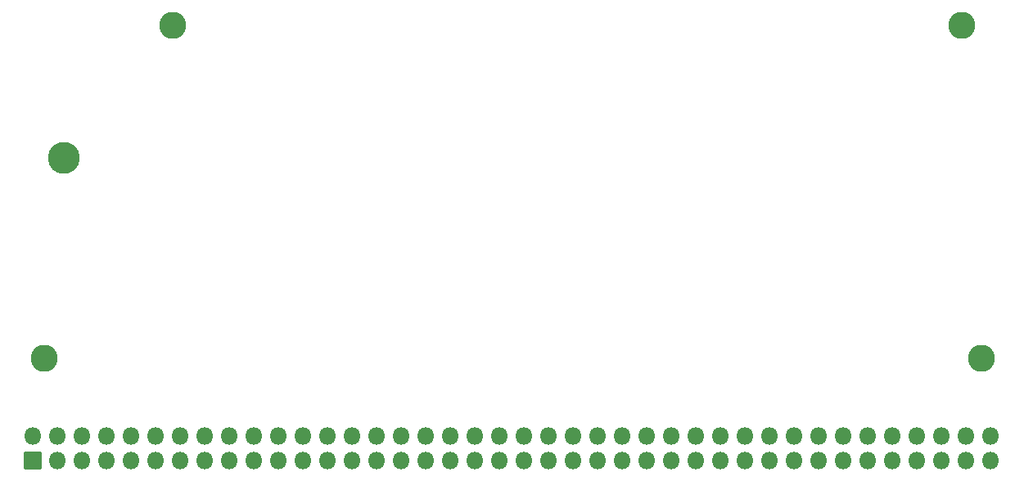
<source format=gbr>
%TF.GenerationSoftware,KiCad,Pcbnew,8.0.4*%
%TF.CreationDate,2024-07-26T10:39:13-07:00*%
%TF.ProjectId,BALD,42414c44-2e6b-4696-9361-645f70636258,0*%
%TF.SameCoordinates,Original*%
%TF.FileFunction,Soldermask,Bot*%
%TF.FilePolarity,Negative*%
%FSLAX46Y46*%
G04 Gerber Fmt 4.6, Leading zero omitted, Abs format (unit mm)*
G04 Created by KiCad (PCBNEW 8.0.4) date 2024-07-26 10:39:13*
%MOMM*%
%LPD*%
G01*
G04 APERTURE LIST*
G04 Aperture macros list*
%AMRoundRect*
0 Rectangle with rounded corners*
0 $1 Rounding radius*
0 $2 $3 $4 $5 $6 $7 $8 $9 X,Y pos of 4 corners*
0 Add a 4 corners polygon primitive as box body*
4,1,4,$2,$3,$4,$5,$6,$7,$8,$9,$2,$3,0*
0 Add four circle primitives for the rounded corners*
1,1,$1+$1,$2,$3*
1,1,$1+$1,$4,$5*
1,1,$1+$1,$6,$7*
1,1,$1+$1,$8,$9*
0 Add four rect primitives between the rounded corners*
20,1,$1+$1,$2,$3,$4,$5,0*
20,1,$1+$1,$4,$5,$6,$7,0*
20,1,$1+$1,$6,$7,$8,$9,0*
20,1,$1+$1,$8,$9,$2,$3,0*%
G04 Aperture macros list end*
%ADD10C,3.302000*%
%ADD11C,2.802000*%
%ADD12RoundRect,0.051000X-0.850000X0.850000X-0.850000X-0.850000X0.850000X-0.850000X0.850000X0.850000X0*%
%ADD13O,1.802000X1.802000*%
G04 APERTURE END LIST*
D10*
%TO.C,H1*%
X5024120Y33134300D03*
%TD*%
D11*
%TO.C,H2*%
X16276320Y46863000D03*
%TD*%
%TO.C,H3*%
X97886520Y46863000D03*
%TD*%
%TO.C,H4*%
X99918520Y12331700D03*
%TD*%
D12*
%TO.C,J1*%
X1803400Y1752600D03*
D13*
X4343400Y1752600D03*
X6883400Y1752600D03*
X9423400Y1752600D03*
X11963400Y1752600D03*
X14503400Y1752600D03*
X17043400Y1752600D03*
X19583400Y1752600D03*
X22123400Y1752600D03*
X24663400Y1752600D03*
X27203400Y1752600D03*
X29743400Y1752600D03*
X32283400Y1752600D03*
X34823400Y1752600D03*
X37363400Y1752600D03*
X39903400Y1752600D03*
X42443400Y1752600D03*
X44983400Y1752600D03*
X47523400Y1752600D03*
X50063400Y1752600D03*
X52603400Y1752600D03*
X55143400Y1752600D03*
X57683400Y1752600D03*
X60223400Y1752600D03*
X62763400Y1752600D03*
X65303400Y1752600D03*
X67843400Y1752600D03*
X70383400Y1752600D03*
X72923400Y1752600D03*
X75463400Y1752600D03*
X78003400Y1752600D03*
X80543400Y1752600D03*
X83083400Y1752600D03*
X85623400Y1752600D03*
X88163400Y1752600D03*
X90703400Y1752600D03*
X93243400Y1752600D03*
X95783400Y1752600D03*
X98323400Y1752600D03*
X100863400Y1752600D03*
X1803400Y4292600D03*
X4343400Y4292600D03*
X6883400Y4292600D03*
X9423400Y4292600D03*
X11963400Y4292600D03*
X14503400Y4292600D03*
X17043400Y4292600D03*
X19583400Y4292600D03*
X22123400Y4292600D03*
X24663400Y4292600D03*
X27203400Y4292600D03*
X29743400Y4292600D03*
X32283400Y4292600D03*
X34823400Y4292600D03*
X37363400Y4292600D03*
X39903400Y4292600D03*
X42443400Y4292600D03*
X44983400Y4292600D03*
X47523400Y4292600D03*
X50063400Y4292600D03*
X52603400Y4292600D03*
X55143400Y4292600D03*
X57683400Y4292600D03*
X60223400Y4292600D03*
X62763400Y4292600D03*
X65303400Y4292600D03*
X67843400Y4292600D03*
X70383400Y4292600D03*
X72923400Y4292600D03*
X75463400Y4292600D03*
X78003400Y4292600D03*
X80543400Y4292600D03*
X83083400Y4292600D03*
X85623400Y4292600D03*
X88163400Y4292600D03*
X90703400Y4292600D03*
X93243400Y4292600D03*
X95783400Y4292600D03*
X98323400Y4292600D03*
X100863400Y4292600D03*
%TD*%
D11*
%TO.C,H5*%
X2992120Y12331700D03*
%TD*%
M02*

</source>
